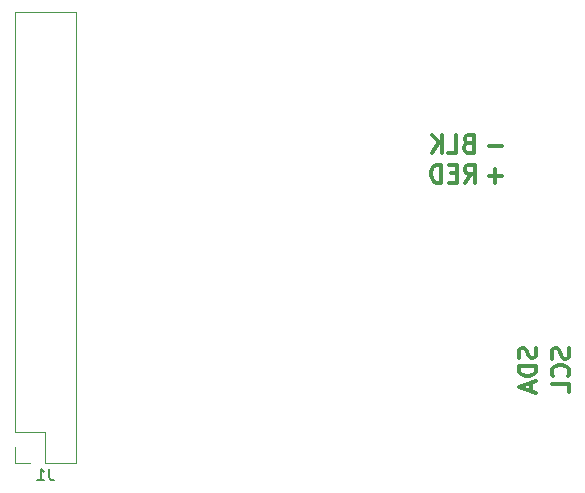
<source format=gbr>
G04 #@! TF.GenerationSoftware,KiCad,Pcbnew,(5.1.4)-1*
G04 #@! TF.CreationDate,2022-07-13T12:05:44+01:00*
G04 #@! TF.ProjectId,3Pi_M5Core2_Hat,3350695f-4d35-4436-9f72-65325f486174,rev?*
G04 #@! TF.SameCoordinates,Original*
G04 #@! TF.FileFunction,Legend,Bot*
G04 #@! TF.FilePolarity,Positive*
%FSLAX46Y46*%
G04 Gerber Fmt 4.6, Leading zero omitted, Abs format (unit mm)*
G04 Created by KiCad (PCBNEW (5.1.4)-1) date 2022-07-13 12:05:44*
%MOMM*%
%LPD*%
G04 APERTURE LIST*
%ADD10C,0.300000*%
%ADD11C,0.120000*%
%ADD12C,0.150000*%
G04 APERTURE END LIST*
D10*
X130147142Y-103842571D02*
X130218571Y-104056857D01*
X130218571Y-104414000D01*
X130147142Y-104556857D01*
X130075714Y-104628285D01*
X129932857Y-104699714D01*
X129790000Y-104699714D01*
X129647142Y-104628285D01*
X129575714Y-104556857D01*
X129504285Y-104414000D01*
X129432857Y-104128285D01*
X129361428Y-103985428D01*
X129290000Y-103914000D01*
X129147142Y-103842571D01*
X129004285Y-103842571D01*
X128861428Y-103914000D01*
X128790000Y-103985428D01*
X128718571Y-104128285D01*
X128718571Y-104485428D01*
X128790000Y-104699714D01*
X130218571Y-105342571D02*
X128718571Y-105342571D01*
X128718571Y-105699714D01*
X128790000Y-105914000D01*
X128932857Y-106056857D01*
X129075714Y-106128285D01*
X129361428Y-106199714D01*
X129575714Y-106199714D01*
X129861428Y-106128285D01*
X130004285Y-106056857D01*
X130147142Y-105914000D01*
X130218571Y-105699714D01*
X130218571Y-105342571D01*
X129790000Y-106771142D02*
X129790000Y-107485428D01*
X130218571Y-106628285D02*
X128718571Y-107128285D01*
X130218571Y-107628285D01*
X132941142Y-103878285D02*
X133012571Y-104092571D01*
X133012571Y-104449714D01*
X132941142Y-104592571D01*
X132869714Y-104664000D01*
X132726857Y-104735428D01*
X132584000Y-104735428D01*
X132441142Y-104664000D01*
X132369714Y-104592571D01*
X132298285Y-104449714D01*
X132226857Y-104164000D01*
X132155428Y-104021142D01*
X132084000Y-103949714D01*
X131941142Y-103878285D01*
X131798285Y-103878285D01*
X131655428Y-103949714D01*
X131584000Y-104021142D01*
X131512571Y-104164000D01*
X131512571Y-104521142D01*
X131584000Y-104735428D01*
X132869714Y-106235428D02*
X132941142Y-106164000D01*
X133012571Y-105949714D01*
X133012571Y-105806857D01*
X132941142Y-105592571D01*
X132798285Y-105449714D01*
X132655428Y-105378285D01*
X132369714Y-105306857D01*
X132155428Y-105306857D01*
X131869714Y-105378285D01*
X131726857Y-105449714D01*
X131584000Y-105592571D01*
X131512571Y-105806857D01*
X131512571Y-105949714D01*
X131584000Y-106164000D01*
X131655428Y-106235428D01*
X133012571Y-107592571D02*
X133012571Y-106878285D01*
X131512571Y-106878285D01*
X124440000Y-86506857D02*
X124225714Y-86578285D01*
X124154285Y-86649714D01*
X124082857Y-86792571D01*
X124082857Y-87006857D01*
X124154285Y-87149714D01*
X124225714Y-87221142D01*
X124368571Y-87292571D01*
X124940000Y-87292571D01*
X124940000Y-85792571D01*
X124440000Y-85792571D01*
X124297142Y-85864000D01*
X124225714Y-85935428D01*
X124154285Y-86078285D01*
X124154285Y-86221142D01*
X124225714Y-86364000D01*
X124297142Y-86435428D01*
X124440000Y-86506857D01*
X124940000Y-86506857D01*
X122725714Y-87292571D02*
X123440000Y-87292571D01*
X123440000Y-85792571D01*
X122225714Y-87292571D02*
X122225714Y-85792571D01*
X121368571Y-87292571D02*
X122011428Y-86435428D01*
X121368571Y-85792571D02*
X122225714Y-86649714D01*
X124154285Y-89832571D02*
X124654285Y-89118285D01*
X125011428Y-89832571D02*
X125011428Y-88332571D01*
X124440000Y-88332571D01*
X124297142Y-88404000D01*
X124225714Y-88475428D01*
X124154285Y-88618285D01*
X124154285Y-88832571D01*
X124225714Y-88975428D01*
X124297142Y-89046857D01*
X124440000Y-89118285D01*
X125011428Y-89118285D01*
X123511428Y-89046857D02*
X123011428Y-89046857D01*
X122797142Y-89832571D02*
X123511428Y-89832571D01*
X123511428Y-88332571D01*
X122797142Y-88332571D01*
X122154285Y-89832571D02*
X122154285Y-88332571D01*
X121797142Y-88332571D01*
X121582857Y-88404000D01*
X121440000Y-88546857D01*
X121368571Y-88689714D01*
X121297142Y-88975428D01*
X121297142Y-89189714D01*
X121368571Y-89475428D01*
X121440000Y-89618285D01*
X121582857Y-89761142D01*
X121797142Y-89832571D01*
X122154285Y-89832571D01*
X126174571Y-86721142D02*
X127317428Y-86721142D01*
X126174571Y-89261142D02*
X127317428Y-89261142D01*
X126746000Y-89832571D02*
X126746000Y-88689714D01*
D11*
X86046000Y-75378000D02*
X91246000Y-75378000D01*
X86046000Y-110998000D02*
X86046000Y-75378000D01*
X91246000Y-113598000D02*
X91246000Y-75378000D01*
X86046000Y-110998000D02*
X88646000Y-110998000D01*
X88646000Y-110998000D02*
X88646000Y-113598000D01*
X88646000Y-113598000D02*
X91246000Y-113598000D01*
X86046000Y-112268000D02*
X86046000Y-113598000D01*
X86046000Y-113598000D02*
X87376000Y-113598000D01*
D12*
X88979333Y-114050380D02*
X88979333Y-114764666D01*
X89026952Y-114907523D01*
X89122190Y-115002761D01*
X89265047Y-115050380D01*
X89360285Y-115050380D01*
X87979333Y-115050380D02*
X88550761Y-115050380D01*
X88265047Y-115050380D02*
X88265047Y-114050380D01*
X88360285Y-114193238D01*
X88455523Y-114288476D01*
X88550761Y-114336095D01*
M02*

</source>
